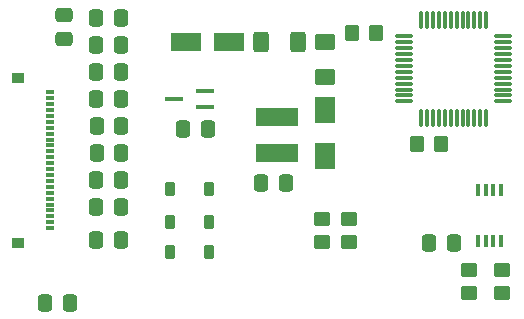
<source format=gbr>
%TF.GenerationSoftware,KiCad,Pcbnew,7.0.5*%
%TF.CreationDate,2023-07-02T17:57:48+02:00*%
%TF.ProjectId,eink-NFC,65696e6b-2d4e-4464-932e-6b696361645f,rev?*%
%TF.SameCoordinates,Original*%
%TF.FileFunction,Paste,Bot*%
%TF.FilePolarity,Positive*%
%FSLAX46Y46*%
G04 Gerber Fmt 4.6, Leading zero omitted, Abs format (unit mm)*
G04 Created by KiCad (PCBNEW 7.0.5) date 2023-07-02 17:57:48*
%MOMM*%
%LPD*%
G01*
G04 APERTURE LIST*
G04 Aperture macros list*
%AMRoundRect*
0 Rectangle with rounded corners*
0 $1 Rounding radius*
0 $2 $3 $4 $5 $6 $7 $8 $9 X,Y pos of 4 corners*
0 Add a 4 corners polygon primitive as box body*
4,1,4,$2,$3,$4,$5,$6,$7,$8,$9,$2,$3,0*
0 Add four circle primitives for the rounded corners*
1,1,$1+$1,$2,$3*
1,1,$1+$1,$4,$5*
1,1,$1+$1,$6,$7*
1,1,$1+$1,$8,$9*
0 Add four rect primitives between the rounded corners*
20,1,$1+$1,$2,$3,$4,$5,0*
20,1,$1+$1,$4,$5,$6,$7,0*
20,1,$1+$1,$6,$7,$8,$9,0*
20,1,$1+$1,$8,$9,$2,$3,0*%
G04 Aperture macros list end*
%ADD10RoundRect,0.250000X0.337500X0.475000X-0.337500X0.475000X-0.337500X-0.475000X0.337500X-0.475000X0*%
%ADD11R,3.600000X1.500000*%
%ADD12RoundRect,0.250000X-0.350000X-0.450000X0.350000X-0.450000X0.350000X0.450000X-0.350000X0.450000X0*%
%ADD13RoundRect,0.250000X-0.475000X0.337500X-0.475000X-0.337500X0.475000X-0.337500X0.475000X0.337500X0*%
%ADD14R,0.800000X0.300000*%
%ADD15R,1.000000X0.950000*%
%ADD16RoundRect,0.250000X0.400000X0.625000X-0.400000X0.625000X-0.400000X-0.625000X0.400000X-0.625000X0*%
%ADD17RoundRect,0.225000X-0.225000X-0.375000X0.225000X-0.375000X0.225000X0.375000X-0.225000X0.375000X0*%
%ADD18R,1.500000X0.450000*%
%ADD19RoundRect,0.250000X0.450000X-0.350000X0.450000X0.350000X-0.450000X0.350000X-0.450000X-0.350000X0*%
%ADD20RoundRect,0.250001X0.624999X-0.462499X0.624999X0.462499X-0.624999X0.462499X-0.624999X-0.462499X0*%
%ADD21R,1.701800X2.209800*%
%ADD22RoundRect,0.075000X-0.662500X-0.075000X0.662500X-0.075000X0.662500X0.075000X-0.662500X0.075000X0*%
%ADD23RoundRect,0.075000X-0.075000X-0.662500X0.075000X-0.662500X0.075000X0.662500X-0.075000X0.662500X0*%
%ADD24RoundRect,0.250000X0.350000X0.450000X-0.350000X0.450000X-0.350000X-0.450000X0.350000X-0.450000X0*%
%ADD25RoundRect,0.250000X1.050000X0.550000X-1.050000X0.550000X-1.050000X-0.550000X1.050000X-0.550000X0*%
%ADD26R,0.400000X1.100000*%
%ADD27RoundRect,0.250000X-0.337500X-0.475000X0.337500X-0.475000X0.337500X0.475000X-0.337500X0.475000X0*%
%ADD28RoundRect,0.225000X0.225000X0.375000X-0.225000X0.375000X-0.225000X-0.375000X0.225000X-0.375000X0*%
G04 APERTURE END LIST*
D10*
%TO.C,C15*%
X151913500Y-88900000D03*
X149838500Y-88900000D03*
%TD*%
D11*
%TO.C,L1*%
X136927500Y-78232000D03*
X136927500Y-81282000D03*
%TD*%
D10*
%TO.C,C12*%
X123719500Y-69850000D03*
X121644500Y-69850000D03*
%TD*%
D12*
%TO.C,R4*%
X143309500Y-71120000D03*
X145309500Y-71120000D03*
%TD*%
D10*
%TO.C,C7*%
X123762500Y-81280000D03*
X121687500Y-81280000D03*
%TD*%
D13*
%TO.C,C13*%
X118893500Y-69574500D03*
X118893500Y-71649500D03*
%TD*%
D10*
%TO.C,C6*%
X123719500Y-83566000D03*
X121644500Y-83566000D03*
%TD*%
D14*
%TO.C,J3*%
X117762000Y-87655000D03*
X117762000Y-87155000D03*
X117762000Y-86655000D03*
X117762000Y-86155000D03*
X117762000Y-85655000D03*
X117762000Y-85155000D03*
X117762000Y-84655000D03*
X117762000Y-84155000D03*
X117762000Y-83655000D03*
X117762000Y-83155000D03*
X117762000Y-82655000D03*
X117762000Y-82155000D03*
X117762000Y-81655000D03*
X117762000Y-81155000D03*
X117762000Y-80655000D03*
X117762000Y-80155000D03*
X117762000Y-79655000D03*
X117762000Y-79155000D03*
X117762000Y-78655000D03*
X117762000Y-78155000D03*
X117762000Y-77655000D03*
X117762000Y-77155000D03*
X117762000Y-76655000D03*
X117762000Y-76155000D03*
D15*
X115062000Y-88880000D03*
X115062000Y-74930000D03*
%TD*%
D16*
%TO.C,R7*%
X138731500Y-71882000D03*
X135631500Y-71882000D03*
%TD*%
D17*
%TO.C,D3*%
X127890000Y-84328000D03*
X131190000Y-84328000D03*
%TD*%
D18*
%TO.C,Q1*%
X128210000Y-76708000D03*
X130870000Y-77358000D03*
X130870000Y-76058000D03*
%TD*%
D19*
%TO.C,R5*%
X153183500Y-93186000D03*
X153183500Y-91186000D03*
%TD*%
D20*
%TO.C,F1*%
X140991500Y-74893500D03*
X140991500Y-71918500D03*
%TD*%
D10*
%TO.C,C10*%
X123719500Y-74422000D03*
X121644500Y-74422000D03*
%TD*%
%TO.C,C3*%
X137711000Y-83820000D03*
X135636000Y-83820000D03*
%TD*%
D21*
%TO.C,CR1*%
X140991500Y-81534000D03*
X140991500Y-77673200D03*
%TD*%
D19*
%TO.C,R6*%
X155977500Y-93186000D03*
X155977500Y-91186000D03*
%TD*%
D22*
%TO.C,U1*%
X147751000Y-76918000D03*
X147751000Y-76418000D03*
X147751000Y-75918000D03*
X147751000Y-75418000D03*
X147751000Y-74918000D03*
X147751000Y-74418000D03*
X147751000Y-73918000D03*
X147751000Y-73418000D03*
X147751000Y-72918000D03*
X147751000Y-72418000D03*
X147751000Y-71918000D03*
X147751000Y-71418000D03*
D23*
X149163500Y-70005500D03*
X149663500Y-70005500D03*
X150163500Y-70005500D03*
X150663500Y-70005500D03*
X151163500Y-70005500D03*
X151663500Y-70005500D03*
X152163500Y-70005500D03*
X152663500Y-70005500D03*
X153163500Y-70005500D03*
X153663500Y-70005500D03*
X154163500Y-70005500D03*
X154663500Y-70005500D03*
D22*
X156076000Y-71418000D03*
X156076000Y-71918000D03*
X156076000Y-72418000D03*
X156076000Y-72918000D03*
X156076000Y-73418000D03*
X156076000Y-73918000D03*
X156076000Y-74418000D03*
X156076000Y-74918000D03*
X156076000Y-75418000D03*
X156076000Y-75918000D03*
X156076000Y-76418000D03*
X156076000Y-76918000D03*
D23*
X154663500Y-78330500D03*
X154163500Y-78330500D03*
X153663500Y-78330500D03*
X153163500Y-78330500D03*
X152663500Y-78330500D03*
X152163500Y-78330500D03*
X151663500Y-78330500D03*
X151163500Y-78330500D03*
X150663500Y-78330500D03*
X150163500Y-78330500D03*
X149663500Y-78330500D03*
X149163500Y-78330500D03*
%TD*%
D10*
%TO.C,C9*%
X123719500Y-76708000D03*
X121644500Y-76708000D03*
%TD*%
D24*
%TO.C,R3*%
X150844000Y-80518000D03*
X148844000Y-80518000D03*
%TD*%
D25*
%TO.C,C16*%
X132885500Y-71882000D03*
X129285500Y-71882000D03*
%TD*%
D17*
%TO.C,D1*%
X127890000Y-89662000D03*
X131190000Y-89662000D03*
%TD*%
D10*
%TO.C,C14*%
X123719500Y-88646000D03*
X121644500Y-88646000D03*
%TD*%
%TO.C,C8*%
X123762500Y-78994000D03*
X121687500Y-78994000D03*
%TD*%
%TO.C,C5*%
X123719500Y-85852000D03*
X121644500Y-85852000D03*
%TD*%
D19*
%TO.C,R2*%
X143023500Y-88868000D03*
X143023500Y-86868000D03*
%TD*%
D10*
%TO.C,C2*%
X131085500Y-79248000D03*
X129010500Y-79248000D03*
%TD*%
D19*
%TO.C,R1*%
X140737500Y-88868000D03*
X140737500Y-86868000D03*
%TD*%
D26*
%TO.C,RF1*%
X153986500Y-84464000D03*
X154636500Y-84464000D03*
X155286500Y-84464000D03*
X155936500Y-84464000D03*
X155936500Y-88764000D03*
X155286500Y-88764000D03*
X154636500Y-88764000D03*
X153986500Y-88764000D03*
%TD*%
D27*
%TO.C,C1*%
X117348000Y-93980000D03*
X119423000Y-93980000D03*
%TD*%
D28*
%TO.C,D2*%
X131190000Y-87122000D03*
X127890000Y-87122000D03*
%TD*%
D10*
%TO.C,C11*%
X123719500Y-72136000D03*
X121644500Y-72136000D03*
%TD*%
M02*

</source>
